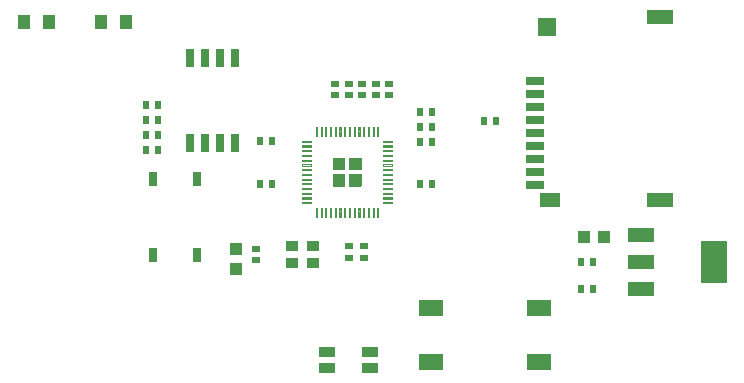
<source format=gbr>
G04 EAGLE Gerber RS-274X export*
G75*
%MOMM*%
%FSLAX34Y34*%
%LPD*%
%INSolderpaste Top*%
%IPPOS*%
%AMOC8*
5,1,8,0,0,1.08239X$1,22.5*%
G01*
%ADD10C,0.100000*%
%ADD11R,0.700000X0.600000*%
%ADD12R,0.600000X0.700000*%
%ADD13R,0.650000X1.650000*%
%ADD14R,2.100000X1.400000*%
%ADD15R,2.235200X1.219200*%
%ADD16R,2.200000X3.600000*%
%ADD17R,1.100000X1.000000*%
%ADD18R,1.000000X1.100000*%
%ADD19R,1.100000X0.900000*%
%ADD20R,1.400000X0.950000*%
%ADD21R,0.700000X1.200000*%
%ADD22R,1.100000X1.200000*%
%ADD23R,2.200000X1.200000*%
%ADD24R,1.800000X1.200000*%
%ADD25R,1.500000X1.600000*%
%ADD26R,1.600000X0.700000*%

G36*
X289874Y179537D02*
X289874Y179537D01*
X289882Y179536D01*
X289970Y179557D01*
X290060Y179575D01*
X290067Y179580D01*
X290075Y179582D01*
X290149Y179636D01*
X290224Y179688D01*
X290229Y179695D01*
X290235Y179700D01*
X290282Y179778D01*
X290331Y179855D01*
X290333Y179863D01*
X290337Y179871D01*
X290365Y180035D01*
X290365Y189597D01*
X290363Y189605D01*
X290364Y189614D01*
X290343Y189702D01*
X290325Y189792D01*
X290320Y189799D01*
X290318Y189807D01*
X290264Y189880D01*
X290212Y189956D01*
X290205Y189961D01*
X290200Y189967D01*
X290122Y190014D01*
X290045Y190063D01*
X290037Y190064D01*
X290029Y190069D01*
X289865Y190096D01*
X280303Y190096D01*
X280295Y190095D01*
X280286Y190096D01*
X280198Y190075D01*
X280108Y190057D01*
X280101Y190052D01*
X280093Y190050D01*
X280020Y189996D01*
X279944Y189944D01*
X279939Y189937D01*
X279933Y189932D01*
X279886Y189854D01*
X279837Y189777D01*
X279836Y189768D01*
X279831Y189761D01*
X279804Y189597D01*
X279804Y180035D01*
X279805Y180026D01*
X279804Y180018D01*
X279825Y179930D01*
X279843Y179840D01*
X279848Y179833D01*
X279850Y179825D01*
X279904Y179751D01*
X279956Y179676D01*
X279963Y179671D01*
X279968Y179665D01*
X280046Y179618D01*
X280123Y179569D01*
X280132Y179567D01*
X280139Y179563D01*
X280303Y179535D01*
X289865Y179535D01*
X289874Y179537D01*
G37*
G36*
X303905Y179537D02*
X303905Y179537D01*
X303914Y179536D01*
X304002Y179557D01*
X304092Y179575D01*
X304099Y179580D01*
X304107Y179582D01*
X304180Y179636D01*
X304256Y179688D01*
X304261Y179695D01*
X304267Y179700D01*
X304314Y179778D01*
X304363Y179855D01*
X304364Y179863D01*
X304369Y179871D01*
X304396Y180035D01*
X304396Y189597D01*
X304395Y189605D01*
X304396Y189614D01*
X304375Y189702D01*
X304357Y189792D01*
X304352Y189799D01*
X304350Y189807D01*
X304296Y189880D01*
X304244Y189956D01*
X304237Y189961D01*
X304232Y189967D01*
X304154Y190014D01*
X304077Y190063D01*
X304068Y190064D01*
X304061Y190069D01*
X303897Y190096D01*
X294335Y190096D01*
X294326Y190095D01*
X294318Y190096D01*
X294230Y190075D01*
X294140Y190057D01*
X294133Y190052D01*
X294125Y190050D01*
X294051Y189996D01*
X293976Y189944D01*
X293971Y189937D01*
X293965Y189932D01*
X293918Y189854D01*
X293869Y189777D01*
X293867Y189768D01*
X293863Y189761D01*
X293835Y189597D01*
X293835Y180035D01*
X293837Y180026D01*
X293836Y180018D01*
X293857Y179930D01*
X293875Y179840D01*
X293880Y179833D01*
X293882Y179825D01*
X293936Y179751D01*
X293988Y179676D01*
X293995Y179671D01*
X294000Y179665D01*
X294078Y179618D01*
X294155Y179569D01*
X294163Y179567D01*
X294171Y179563D01*
X294335Y179535D01*
X303897Y179535D01*
X303905Y179537D01*
G37*
G36*
X303905Y165505D02*
X303905Y165505D01*
X303914Y165504D01*
X304002Y165525D01*
X304092Y165543D01*
X304099Y165548D01*
X304107Y165550D01*
X304180Y165604D01*
X304256Y165656D01*
X304261Y165663D01*
X304267Y165668D01*
X304314Y165746D01*
X304363Y165823D01*
X304364Y165832D01*
X304369Y165839D01*
X304396Y166003D01*
X304396Y175565D01*
X304395Y175574D01*
X304396Y175582D01*
X304375Y175670D01*
X304357Y175760D01*
X304352Y175767D01*
X304350Y175775D01*
X304296Y175849D01*
X304244Y175924D01*
X304237Y175929D01*
X304232Y175935D01*
X304154Y175982D01*
X304077Y176031D01*
X304068Y176033D01*
X304061Y176037D01*
X303897Y176065D01*
X294335Y176065D01*
X294326Y176063D01*
X294318Y176064D01*
X294230Y176043D01*
X294140Y176025D01*
X294133Y176020D01*
X294125Y176018D01*
X294051Y175964D01*
X293976Y175912D01*
X293971Y175905D01*
X293965Y175900D01*
X293918Y175822D01*
X293869Y175745D01*
X293867Y175737D01*
X293863Y175729D01*
X293835Y175565D01*
X293835Y166003D01*
X293837Y165995D01*
X293836Y165986D01*
X293857Y165898D01*
X293875Y165808D01*
X293880Y165801D01*
X293882Y165793D01*
X293936Y165720D01*
X293988Y165644D01*
X293995Y165639D01*
X294000Y165633D01*
X294078Y165586D01*
X294155Y165537D01*
X294163Y165536D01*
X294171Y165531D01*
X294335Y165504D01*
X303897Y165504D01*
X303905Y165505D01*
G37*
G36*
X289874Y165505D02*
X289874Y165505D01*
X289882Y165504D01*
X289970Y165525D01*
X290060Y165543D01*
X290067Y165548D01*
X290075Y165550D01*
X290149Y165604D01*
X290224Y165656D01*
X290229Y165663D01*
X290235Y165668D01*
X290282Y165746D01*
X290331Y165823D01*
X290333Y165832D01*
X290337Y165839D01*
X290365Y166003D01*
X290365Y175565D01*
X290363Y175574D01*
X290364Y175582D01*
X290343Y175670D01*
X290325Y175760D01*
X290320Y175767D01*
X290318Y175775D01*
X290264Y175849D01*
X290212Y175924D01*
X290205Y175929D01*
X290200Y175935D01*
X290122Y175982D01*
X290045Y176031D01*
X290037Y176033D01*
X290029Y176037D01*
X289865Y176065D01*
X280303Y176065D01*
X280295Y176063D01*
X280286Y176064D01*
X280198Y176043D01*
X280108Y176025D01*
X280101Y176020D01*
X280093Y176018D01*
X280020Y175964D01*
X279944Y175912D01*
X279939Y175905D01*
X279933Y175900D01*
X279886Y175822D01*
X279837Y175745D01*
X279836Y175737D01*
X279831Y175729D01*
X279804Y175565D01*
X279804Y166003D01*
X279805Y165995D01*
X279804Y165986D01*
X279825Y165898D01*
X279843Y165808D01*
X279848Y165801D01*
X279850Y165793D01*
X279904Y165720D01*
X279956Y165644D01*
X279963Y165639D01*
X279968Y165633D01*
X280046Y165586D01*
X280123Y165537D01*
X280132Y165536D01*
X280139Y165531D01*
X280303Y165504D01*
X289865Y165504D01*
X289874Y165505D01*
G37*
D10*
X261600Y203300D02*
X253850Y203300D01*
X253850Y204300D01*
X261600Y204300D01*
X261600Y203300D01*
X261600Y204250D02*
X253850Y204250D01*
X253850Y199300D02*
X261600Y199300D01*
X253850Y199300D02*
X253850Y200300D01*
X261600Y200300D01*
X261600Y199300D01*
X261600Y200250D02*
X253850Y200250D01*
X253850Y195300D02*
X261600Y195300D01*
X253850Y195300D02*
X253850Y196300D01*
X261600Y196300D01*
X261600Y195300D01*
X261600Y196250D02*
X253850Y196250D01*
X253850Y191300D02*
X261600Y191300D01*
X253850Y191300D02*
X253850Y192300D01*
X261600Y192300D01*
X261600Y191300D01*
X261600Y192250D02*
X253850Y192250D01*
X253850Y187300D02*
X261600Y187300D01*
X253850Y187300D02*
X253850Y188300D01*
X261600Y188300D01*
X261600Y187300D01*
X261600Y188250D02*
X253850Y188250D01*
X253850Y183300D02*
X261600Y183300D01*
X253850Y183300D02*
X253850Y184300D01*
X261600Y184300D01*
X261600Y183300D01*
X261600Y184250D02*
X253850Y184250D01*
X253850Y179300D02*
X261600Y179300D01*
X253850Y179300D02*
X253850Y180300D01*
X261600Y180300D01*
X261600Y179300D01*
X261600Y180250D02*
X253850Y180250D01*
X253850Y175300D02*
X261600Y175300D01*
X253850Y175300D02*
X253850Y176300D01*
X261600Y176300D01*
X261600Y175300D01*
X261600Y176250D02*
X253850Y176250D01*
X253850Y171300D02*
X261600Y171300D01*
X253850Y171300D02*
X253850Y172300D01*
X261600Y172300D01*
X261600Y171300D01*
X261600Y172250D02*
X253850Y172250D01*
X253850Y167300D02*
X261600Y167300D01*
X253850Y167300D02*
X253850Y168300D01*
X261600Y168300D01*
X261600Y167300D01*
X261600Y168250D02*
X253850Y168250D01*
X253850Y163300D02*
X261600Y163300D01*
X253850Y163300D02*
X253850Y164300D01*
X261600Y164300D01*
X261600Y163300D01*
X261600Y164250D02*
X253850Y164250D01*
X253850Y159300D02*
X261600Y159300D01*
X253850Y159300D02*
X253850Y160300D01*
X261600Y160300D01*
X261600Y159300D01*
X261600Y160250D02*
X253850Y160250D01*
X253850Y155300D02*
X261600Y155300D01*
X253850Y155300D02*
X253850Y156300D01*
X261600Y156300D01*
X261600Y155300D01*
X261600Y156250D02*
X253850Y156250D01*
X253850Y151300D02*
X261600Y151300D01*
X253850Y151300D02*
X253850Y152300D01*
X261600Y152300D01*
X261600Y151300D01*
X261600Y152250D02*
X253850Y152250D01*
X266600Y147300D02*
X266600Y139550D01*
X265600Y139550D01*
X265600Y147300D01*
X266600Y147300D01*
X266600Y140500D02*
X265600Y140500D01*
X265600Y141450D02*
X266600Y141450D01*
X266600Y142400D02*
X265600Y142400D01*
X265600Y143350D02*
X266600Y143350D01*
X266600Y144300D02*
X265600Y144300D01*
X265600Y145250D02*
X266600Y145250D01*
X266600Y146200D02*
X265600Y146200D01*
X265600Y147150D02*
X266600Y147150D01*
X270600Y147300D02*
X270600Y139550D01*
X269600Y139550D01*
X269600Y147300D01*
X270600Y147300D01*
X270600Y140500D02*
X269600Y140500D01*
X269600Y141450D02*
X270600Y141450D01*
X270600Y142400D02*
X269600Y142400D01*
X269600Y143350D02*
X270600Y143350D01*
X270600Y144300D02*
X269600Y144300D01*
X269600Y145250D02*
X270600Y145250D01*
X270600Y146200D02*
X269600Y146200D01*
X269600Y147150D02*
X270600Y147150D01*
X274600Y147300D02*
X274600Y139550D01*
X273600Y139550D01*
X273600Y147300D01*
X274600Y147300D01*
X274600Y140500D02*
X273600Y140500D01*
X273600Y141450D02*
X274600Y141450D01*
X274600Y142400D02*
X273600Y142400D01*
X273600Y143350D02*
X274600Y143350D01*
X274600Y144300D02*
X273600Y144300D01*
X273600Y145250D02*
X274600Y145250D01*
X274600Y146200D02*
X273600Y146200D01*
X273600Y147150D02*
X274600Y147150D01*
X278600Y147300D02*
X278600Y139550D01*
X277600Y139550D01*
X277600Y147300D01*
X278600Y147300D01*
X278600Y140500D02*
X277600Y140500D01*
X277600Y141450D02*
X278600Y141450D01*
X278600Y142400D02*
X277600Y142400D01*
X277600Y143350D02*
X278600Y143350D01*
X278600Y144300D02*
X277600Y144300D01*
X277600Y145250D02*
X278600Y145250D01*
X278600Y146200D02*
X277600Y146200D01*
X277600Y147150D02*
X278600Y147150D01*
X282600Y147300D02*
X282600Y139550D01*
X281600Y139550D01*
X281600Y147300D01*
X282600Y147300D01*
X282600Y140500D02*
X281600Y140500D01*
X281600Y141450D02*
X282600Y141450D01*
X282600Y142400D02*
X281600Y142400D01*
X281600Y143350D02*
X282600Y143350D01*
X282600Y144300D02*
X281600Y144300D01*
X281600Y145250D02*
X282600Y145250D01*
X282600Y146200D02*
X281600Y146200D01*
X281600Y147150D02*
X282600Y147150D01*
X286600Y147300D02*
X286600Y139550D01*
X285600Y139550D01*
X285600Y147300D01*
X286600Y147300D01*
X286600Y140500D02*
X285600Y140500D01*
X285600Y141450D02*
X286600Y141450D01*
X286600Y142400D02*
X285600Y142400D01*
X285600Y143350D02*
X286600Y143350D01*
X286600Y144300D02*
X285600Y144300D01*
X285600Y145250D02*
X286600Y145250D01*
X286600Y146200D02*
X285600Y146200D01*
X285600Y147150D02*
X286600Y147150D01*
X290600Y147300D02*
X290600Y139550D01*
X289600Y139550D01*
X289600Y147300D01*
X290600Y147300D01*
X290600Y140500D02*
X289600Y140500D01*
X289600Y141450D02*
X290600Y141450D01*
X290600Y142400D02*
X289600Y142400D01*
X289600Y143350D02*
X290600Y143350D01*
X290600Y144300D02*
X289600Y144300D01*
X289600Y145250D02*
X290600Y145250D01*
X290600Y146200D02*
X289600Y146200D01*
X289600Y147150D02*
X290600Y147150D01*
X294600Y147300D02*
X294600Y139550D01*
X293600Y139550D01*
X293600Y147300D01*
X294600Y147300D01*
X294600Y140500D02*
X293600Y140500D01*
X293600Y141450D02*
X294600Y141450D01*
X294600Y142400D02*
X293600Y142400D01*
X293600Y143350D02*
X294600Y143350D01*
X294600Y144300D02*
X293600Y144300D01*
X293600Y145250D02*
X294600Y145250D01*
X294600Y146200D02*
X293600Y146200D01*
X293600Y147150D02*
X294600Y147150D01*
X298600Y147300D02*
X298600Y139550D01*
X297600Y139550D01*
X297600Y147300D01*
X298600Y147300D01*
X298600Y140500D02*
X297600Y140500D01*
X297600Y141450D02*
X298600Y141450D01*
X298600Y142400D02*
X297600Y142400D01*
X297600Y143350D02*
X298600Y143350D01*
X298600Y144300D02*
X297600Y144300D01*
X297600Y145250D02*
X298600Y145250D01*
X298600Y146200D02*
X297600Y146200D01*
X297600Y147150D02*
X298600Y147150D01*
X302600Y147300D02*
X302600Y139550D01*
X301600Y139550D01*
X301600Y147300D01*
X302600Y147300D01*
X302600Y140500D02*
X301600Y140500D01*
X301600Y141450D02*
X302600Y141450D01*
X302600Y142400D02*
X301600Y142400D01*
X301600Y143350D02*
X302600Y143350D01*
X302600Y144300D02*
X301600Y144300D01*
X301600Y145250D02*
X302600Y145250D01*
X302600Y146200D02*
X301600Y146200D01*
X301600Y147150D02*
X302600Y147150D01*
X306600Y147300D02*
X306600Y139550D01*
X305600Y139550D01*
X305600Y147300D01*
X306600Y147300D01*
X306600Y140500D02*
X305600Y140500D01*
X305600Y141450D02*
X306600Y141450D01*
X306600Y142400D02*
X305600Y142400D01*
X305600Y143350D02*
X306600Y143350D01*
X306600Y144300D02*
X305600Y144300D01*
X305600Y145250D02*
X306600Y145250D01*
X306600Y146200D02*
X305600Y146200D01*
X305600Y147150D02*
X306600Y147150D01*
X310600Y147300D02*
X310600Y139550D01*
X309600Y139550D01*
X309600Y147300D01*
X310600Y147300D01*
X310600Y140500D02*
X309600Y140500D01*
X309600Y141450D02*
X310600Y141450D01*
X310600Y142400D02*
X309600Y142400D01*
X309600Y143350D02*
X310600Y143350D01*
X310600Y144300D02*
X309600Y144300D01*
X309600Y145250D02*
X310600Y145250D01*
X310600Y146200D02*
X309600Y146200D01*
X309600Y147150D02*
X310600Y147150D01*
X314600Y147300D02*
X314600Y139550D01*
X313600Y139550D01*
X313600Y147300D01*
X314600Y147300D01*
X314600Y140500D02*
X313600Y140500D01*
X313600Y141450D02*
X314600Y141450D01*
X314600Y142400D02*
X313600Y142400D01*
X313600Y143350D02*
X314600Y143350D01*
X314600Y144300D02*
X313600Y144300D01*
X313600Y145250D02*
X314600Y145250D01*
X314600Y146200D02*
X313600Y146200D01*
X313600Y147150D02*
X314600Y147150D01*
X318600Y147300D02*
X318600Y139550D01*
X317600Y139550D01*
X317600Y147300D01*
X318600Y147300D01*
X318600Y140500D02*
X317600Y140500D01*
X317600Y141450D02*
X318600Y141450D01*
X318600Y142400D02*
X317600Y142400D01*
X317600Y143350D02*
X318600Y143350D01*
X318600Y144300D02*
X317600Y144300D01*
X317600Y145250D02*
X318600Y145250D01*
X318600Y146200D02*
X317600Y146200D01*
X317600Y147150D02*
X318600Y147150D01*
X322600Y152300D02*
X330350Y152300D01*
X330350Y151300D01*
X322600Y151300D01*
X322600Y152300D01*
X322600Y152250D02*
X330350Y152250D01*
X330350Y156300D02*
X322600Y156300D01*
X330350Y156300D02*
X330350Y155300D01*
X322600Y155300D01*
X322600Y156300D01*
X322600Y156250D02*
X330350Y156250D01*
X330350Y160300D02*
X322600Y160300D01*
X330350Y160300D02*
X330350Y159300D01*
X322600Y159300D01*
X322600Y160300D01*
X322600Y160250D02*
X330350Y160250D01*
X330350Y164300D02*
X322600Y164300D01*
X330350Y164300D02*
X330350Y163300D01*
X322600Y163300D01*
X322600Y164300D01*
X322600Y164250D02*
X330350Y164250D01*
X330350Y168300D02*
X322600Y168300D01*
X330350Y168300D02*
X330350Y167300D01*
X322600Y167300D01*
X322600Y168300D01*
X322600Y168250D02*
X330350Y168250D01*
X330350Y172300D02*
X322600Y172300D01*
X330350Y172300D02*
X330350Y171300D01*
X322600Y171300D01*
X322600Y172300D01*
X322600Y172250D02*
X330350Y172250D01*
X330350Y176300D02*
X322600Y176300D01*
X330350Y176300D02*
X330350Y175300D01*
X322600Y175300D01*
X322600Y176300D01*
X322600Y176250D02*
X330350Y176250D01*
X330350Y180300D02*
X322600Y180300D01*
X330350Y180300D02*
X330350Y179300D01*
X322600Y179300D01*
X322600Y180300D01*
X322600Y180250D02*
X330350Y180250D01*
X330350Y184300D02*
X322600Y184300D01*
X330350Y184300D02*
X330350Y183300D01*
X322600Y183300D01*
X322600Y184300D01*
X322600Y184250D02*
X330350Y184250D01*
X330350Y188300D02*
X322600Y188300D01*
X330350Y188300D02*
X330350Y187300D01*
X322600Y187300D01*
X322600Y188300D01*
X322600Y188250D02*
X330350Y188250D01*
X330350Y192300D02*
X322600Y192300D01*
X330350Y192300D02*
X330350Y191300D01*
X322600Y191300D01*
X322600Y192300D01*
X322600Y192250D02*
X330350Y192250D01*
X330350Y196300D02*
X322600Y196300D01*
X330350Y196300D02*
X330350Y195300D01*
X322600Y195300D01*
X322600Y196300D01*
X322600Y196250D02*
X330350Y196250D01*
X330350Y200300D02*
X322600Y200300D01*
X330350Y200300D02*
X330350Y199300D01*
X322600Y199300D01*
X322600Y200300D01*
X322600Y200250D02*
X330350Y200250D01*
X330350Y204300D02*
X322600Y204300D01*
X330350Y204300D02*
X330350Y203300D01*
X322600Y203300D01*
X322600Y204300D01*
X322600Y204250D02*
X330350Y204250D01*
X317600Y208300D02*
X317600Y216050D01*
X318600Y216050D01*
X318600Y208300D01*
X317600Y208300D01*
X317600Y209250D02*
X318600Y209250D01*
X318600Y210200D02*
X317600Y210200D01*
X317600Y211150D02*
X318600Y211150D01*
X318600Y212100D02*
X317600Y212100D01*
X317600Y213050D02*
X318600Y213050D01*
X318600Y214000D02*
X317600Y214000D01*
X317600Y214950D02*
X318600Y214950D01*
X318600Y215900D02*
X317600Y215900D01*
X313600Y216050D02*
X313600Y208300D01*
X313600Y216050D02*
X314600Y216050D01*
X314600Y208300D01*
X313600Y208300D01*
X313600Y209250D02*
X314600Y209250D01*
X314600Y210200D02*
X313600Y210200D01*
X313600Y211150D02*
X314600Y211150D01*
X314600Y212100D02*
X313600Y212100D01*
X313600Y213050D02*
X314600Y213050D01*
X314600Y214000D02*
X313600Y214000D01*
X313600Y214950D02*
X314600Y214950D01*
X314600Y215900D02*
X313600Y215900D01*
X309600Y216050D02*
X309600Y208300D01*
X309600Y216050D02*
X310600Y216050D01*
X310600Y208300D01*
X309600Y208300D01*
X309600Y209250D02*
X310600Y209250D01*
X310600Y210200D02*
X309600Y210200D01*
X309600Y211150D02*
X310600Y211150D01*
X310600Y212100D02*
X309600Y212100D01*
X309600Y213050D02*
X310600Y213050D01*
X310600Y214000D02*
X309600Y214000D01*
X309600Y214950D02*
X310600Y214950D01*
X310600Y215900D02*
X309600Y215900D01*
X305600Y216050D02*
X305600Y208300D01*
X305600Y216050D02*
X306600Y216050D01*
X306600Y208300D01*
X305600Y208300D01*
X305600Y209250D02*
X306600Y209250D01*
X306600Y210200D02*
X305600Y210200D01*
X305600Y211150D02*
X306600Y211150D01*
X306600Y212100D02*
X305600Y212100D01*
X305600Y213050D02*
X306600Y213050D01*
X306600Y214000D02*
X305600Y214000D01*
X305600Y214950D02*
X306600Y214950D01*
X306600Y215900D02*
X305600Y215900D01*
X301600Y216050D02*
X301600Y208300D01*
X301600Y216050D02*
X302600Y216050D01*
X302600Y208300D01*
X301600Y208300D01*
X301600Y209250D02*
X302600Y209250D01*
X302600Y210200D02*
X301600Y210200D01*
X301600Y211150D02*
X302600Y211150D01*
X302600Y212100D02*
X301600Y212100D01*
X301600Y213050D02*
X302600Y213050D01*
X302600Y214000D02*
X301600Y214000D01*
X301600Y214950D02*
X302600Y214950D01*
X302600Y215900D02*
X301600Y215900D01*
X297600Y216050D02*
X297600Y208300D01*
X297600Y216050D02*
X298600Y216050D01*
X298600Y208300D01*
X297600Y208300D01*
X297600Y209250D02*
X298600Y209250D01*
X298600Y210200D02*
X297600Y210200D01*
X297600Y211150D02*
X298600Y211150D01*
X298600Y212100D02*
X297600Y212100D01*
X297600Y213050D02*
X298600Y213050D01*
X298600Y214000D02*
X297600Y214000D01*
X297600Y214950D02*
X298600Y214950D01*
X298600Y215900D02*
X297600Y215900D01*
X293600Y216050D02*
X293600Y208300D01*
X293600Y216050D02*
X294600Y216050D01*
X294600Y208300D01*
X293600Y208300D01*
X293600Y209250D02*
X294600Y209250D01*
X294600Y210200D02*
X293600Y210200D01*
X293600Y211150D02*
X294600Y211150D01*
X294600Y212100D02*
X293600Y212100D01*
X293600Y213050D02*
X294600Y213050D01*
X294600Y214000D02*
X293600Y214000D01*
X293600Y214950D02*
X294600Y214950D01*
X294600Y215900D02*
X293600Y215900D01*
X289600Y216050D02*
X289600Y208300D01*
X289600Y216050D02*
X290600Y216050D01*
X290600Y208300D01*
X289600Y208300D01*
X289600Y209250D02*
X290600Y209250D01*
X290600Y210200D02*
X289600Y210200D01*
X289600Y211150D02*
X290600Y211150D01*
X290600Y212100D02*
X289600Y212100D01*
X289600Y213050D02*
X290600Y213050D01*
X290600Y214000D02*
X289600Y214000D01*
X289600Y214950D02*
X290600Y214950D01*
X290600Y215900D02*
X289600Y215900D01*
X285600Y216050D02*
X285600Y208300D01*
X285600Y216050D02*
X286600Y216050D01*
X286600Y208300D01*
X285600Y208300D01*
X285600Y209250D02*
X286600Y209250D01*
X286600Y210200D02*
X285600Y210200D01*
X285600Y211150D02*
X286600Y211150D01*
X286600Y212100D02*
X285600Y212100D01*
X285600Y213050D02*
X286600Y213050D01*
X286600Y214000D02*
X285600Y214000D01*
X285600Y214950D02*
X286600Y214950D01*
X286600Y215900D02*
X285600Y215900D01*
X281600Y216050D02*
X281600Y208300D01*
X281600Y216050D02*
X282600Y216050D01*
X282600Y208300D01*
X281600Y208300D01*
X281600Y209250D02*
X282600Y209250D01*
X282600Y210200D02*
X281600Y210200D01*
X281600Y211150D02*
X282600Y211150D01*
X282600Y212100D02*
X281600Y212100D01*
X281600Y213050D02*
X282600Y213050D01*
X282600Y214000D02*
X281600Y214000D01*
X281600Y214950D02*
X282600Y214950D01*
X282600Y215900D02*
X281600Y215900D01*
X277600Y216050D02*
X277600Y208300D01*
X277600Y216050D02*
X278600Y216050D01*
X278600Y208300D01*
X277600Y208300D01*
X277600Y209250D02*
X278600Y209250D01*
X278600Y210200D02*
X277600Y210200D01*
X277600Y211150D02*
X278600Y211150D01*
X278600Y212100D02*
X277600Y212100D01*
X277600Y213050D02*
X278600Y213050D01*
X278600Y214000D02*
X277600Y214000D01*
X277600Y214950D02*
X278600Y214950D01*
X278600Y215900D02*
X277600Y215900D01*
X273600Y216050D02*
X273600Y208300D01*
X273600Y216050D02*
X274600Y216050D01*
X274600Y208300D01*
X273600Y208300D01*
X273600Y209250D02*
X274600Y209250D01*
X274600Y210200D02*
X273600Y210200D01*
X273600Y211150D02*
X274600Y211150D01*
X274600Y212100D02*
X273600Y212100D01*
X273600Y213050D02*
X274600Y213050D01*
X274600Y214000D02*
X273600Y214000D01*
X273600Y214950D02*
X274600Y214950D01*
X274600Y215900D02*
X273600Y215900D01*
X269600Y216050D02*
X269600Y208300D01*
X269600Y216050D02*
X270600Y216050D01*
X270600Y208300D01*
X269600Y208300D01*
X269600Y209250D02*
X270600Y209250D01*
X270600Y210200D02*
X269600Y210200D01*
X269600Y211150D02*
X270600Y211150D01*
X270600Y212100D02*
X269600Y212100D01*
X269600Y213050D02*
X270600Y213050D01*
X270600Y214000D02*
X269600Y214000D01*
X269600Y214950D02*
X270600Y214950D01*
X270600Y215900D02*
X269600Y215900D01*
X265600Y216050D02*
X265600Y208300D01*
X265600Y216050D02*
X266600Y216050D01*
X266600Y208300D01*
X265600Y208300D01*
X265600Y209250D02*
X266600Y209250D01*
X266600Y210200D02*
X265600Y210200D01*
X265600Y211150D02*
X266600Y211150D01*
X266600Y212100D02*
X265600Y212100D01*
X265600Y213050D02*
X266600Y213050D01*
X266600Y214000D02*
X265600Y214000D01*
X265600Y214950D02*
X266600Y214950D01*
X266600Y215900D02*
X265600Y215900D01*
D11*
X304800Y242650D03*
X304800Y252650D03*
X281940Y242650D03*
X281940Y252650D03*
X306070Y114982D03*
X306070Y104982D03*
X316230Y242650D03*
X316230Y252650D03*
X293370Y242650D03*
X293370Y252650D03*
D12*
X228520Y204470D03*
X218520Y204470D03*
X228520Y167640D03*
X218520Y167640D03*
D11*
X293370Y114982D03*
X293370Y104982D03*
D12*
X353648Y167640D03*
X363648Y167640D03*
X353648Y203200D03*
X363648Y203200D03*
X353648Y228600D03*
X363648Y228600D03*
X353648Y215900D03*
X363648Y215900D03*
X417750Y220980D03*
X407750Y220980D03*
D13*
X196850Y274760D03*
X184150Y274760D03*
X171450Y274760D03*
X158750Y274760D03*
X158750Y202760D03*
X171450Y202760D03*
X184150Y202760D03*
X196850Y202760D03*
D12*
X122000Y234950D03*
X132000Y234950D03*
X132000Y222250D03*
X122000Y222250D03*
D14*
X454440Y62294D03*
X454440Y17294D03*
X363440Y17294D03*
X363440Y62294D03*
D12*
X132000Y209550D03*
X122000Y209550D03*
X132000Y196850D03*
X122000Y196850D03*
D15*
X540512Y124714D03*
X540512Y101600D03*
X540512Y78486D03*
D16*
X602490Y101600D03*
D12*
X500300Y78740D03*
X490300Y78740D03*
X500300Y101600D03*
X490300Y101600D03*
D17*
X509896Y123190D03*
X492896Y123190D03*
D18*
X198120Y112500D03*
X198120Y95500D03*
D19*
X245000Y100950D03*
X263000Y100950D03*
X263000Y114950D03*
X245000Y114950D03*
D11*
X327660Y242650D03*
X327660Y252650D03*
X214630Y112950D03*
X214630Y102950D03*
D20*
X275370Y25669D03*
X275370Y11669D03*
X311370Y11669D03*
X311370Y25669D03*
D21*
X127508Y107887D03*
X164592Y107887D03*
X164592Y171514D03*
X127508Y171514D03*
D22*
X83480Y304800D03*
X104480Y304800D03*
X18710Y304800D03*
X39710Y304800D03*
D23*
X556820Y154500D03*
X556820Y309500D03*
D24*
X463820Y154500D03*
D25*
X461320Y300500D03*
D26*
X450820Y166500D03*
X450820Y177500D03*
X450820Y188500D03*
X450820Y199500D03*
X450820Y210500D03*
X450820Y221500D03*
X450820Y232500D03*
X450820Y243500D03*
X450820Y254500D03*
M02*

</source>
